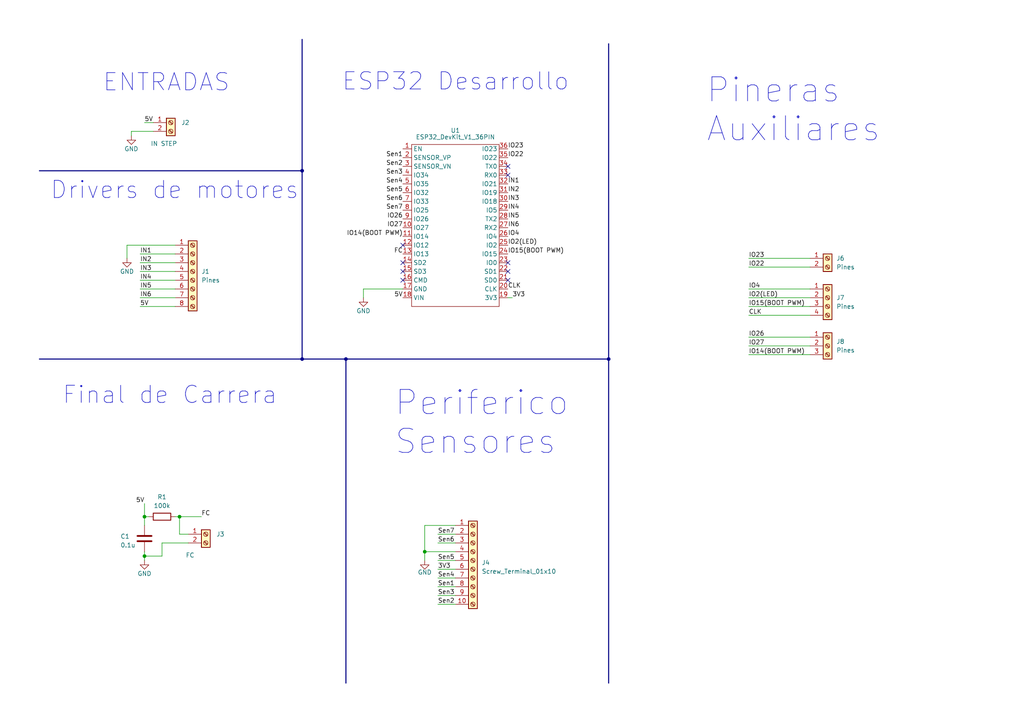
<source format=kicad_sch>
(kicad_sch (version 20231120) (generator "eeschema") (generator_version "8.0")
  (paper "A4")
  (title_block (title "DISEÑO CONSIDERANDO POSIBLES CAUSAS DE ERROR") (date "2024-10-04"))
  (lib_symbols
    (symbol "Connector:Screw_Terminal_01x02" (pin_names (offset 1.016) hide)
      (property "Reference" "J" (at 0 2.54 0))
      (property "Value" "Screw_Terminal_01x02" (at 0 -5.08 0))
      (symbol "Screw_Terminal_01x02_1_1"
        (rectangle (start -1.27 1.27) (end 1.27 -3.81) (stroke (width 0.254)) (fill (type background)))
        (circle (center 0 -2.54) (radius 0.635) (stroke (width 0.1524)))
        (polyline (pts (xy -0.5334 -2.2098) (xy 0.3302 -3.048)) (stroke (width 0.1524)))
        (polyline (pts (xy -0.5334 0.3302) (xy 0.3302 -0.508)) (stroke (width 0.1524)))
        (polyline (pts (xy -0.3556 -2.032) (xy 0.508 -2.8702)) (stroke (width 0.1524)))
        (polyline (pts (xy -0.3556 0.508) (xy 0.508 -0.3302)) (stroke (width 0.1524)))
        (circle (center 0 0) (radius 0.635) (stroke (width 0.1524)))
        (pin passive line (at -5.08 0 0) (length 3.81) (name "Pin_1") (number "1"))
        (pin passive line (at -5.08 -2.54 0) (length 3.81) (name "Pin_2") (number "2"))
      )
    )
    (symbol "Connector:Screw_Terminal_01x03" (pin_names (offset 1.016) hide)
      (property "Reference" "J" (at 0 5.08 0))
      (property "Value" "Screw_Terminal_01x03" (at 0 -5.08 0))
      (symbol "Screw_Terminal_01x03_1_1"
        (rectangle (start -1.27 3.81) (end 1.27 -3.81) (stroke (width 0.254)) (fill (type background)))
        (circle (center 0 -2.54) (radius 0.635) (stroke (width 0.1524)))
        (polyline (pts (xy -0.5334 -2.2098) (xy 0.3302 -3.048)) (stroke (width 0.1524)))
        (polyline (pts (xy -0.5334 0.3302) (xy 0.3302 -0.508)) (stroke (width 0.1524)))
        (polyline (pts (xy -0.5334 2.8702) (xy 0.3302 2.032)) (stroke (width 0.1524)))
        (polyline (pts (xy -0.3556 -2.032) (xy 0.508 -2.8702)) (stroke (width 0.1524)))
        (polyline (pts (xy -0.3556 0.508) (xy 0.508 -0.3302)) (stroke (width 0.1524)))
        (polyline (pts (xy -0.3556 3.048) (xy 0.508 2.2098)) (stroke (width 0.1524)))
        (circle (center 0 0) (radius 0.635) (stroke (width 0.1524)))
        (circle (center 0 2.54) (radius 0.635) (stroke (width 0.1524)))
        (pin passive line (at -5.08 2.54 0) (length 3.81) (name "Pin_1") (number "1"))
        (pin passive line (at -5.08 0 0) (length 3.81) (name "Pin_2") (number "2"))
        (pin passive line (at -5.08 -2.54 0) (length 3.81) (name "Pin_3") (number "3"))
      )
    )
    (symbol "Connector:Screw_Terminal_01x04" (pin_names (offset 1.016) hide)
      (property "Reference" "J" (at 0 5.08 0))
      (property "Value" "Screw_Terminal_01x04" (at 0 -7.62 0))
      (symbol "Screw_Terminal_01x04_1_1"
        (rectangle (start -1.27 3.81) (end 1.27 -6.35) (stroke (width 0.254)) (fill (type background)))
        (circle (center 0 -5.08) (radius 0.635) (stroke (width 0.1524)))
        (circle (center 0 -2.54) (radius 0.635) (stroke (width 0.1524)))
        (polyline (pts (xy -0.5334 -4.7498) (xy 0.3302 -5.588)) (stroke (width 0.1524)))
        (polyline (pts (xy -0.5334 -2.2098) (xy 0.3302 -3.048)) (stroke (width 0.1524)))
        (polyline (pts (xy -0.5334 0.3302) (xy 0.3302 -0.508)) (stroke (width 0.1524)))
        (polyline (pts (xy -0.5334 2.8702) (xy 0.3302 2.032)) (stroke (width 0.1524)))
        (polyline (pts (xy -0.3556 -4.572) (xy 0.508 -5.4102)) (stroke (width 0.1524)))
        (polyline (pts (xy -0.3556 -2.032) (xy 0.508 -2.8702)) (stroke (width 0.1524)))
        (polyline (pts (xy -0.3556 0.508) (xy 0.508 -0.3302)) (stroke (width 0.1524)))
        (polyline (pts (xy -0.3556 3.048) (xy 0.508 2.2098)) (stroke (width 0.1524)))
        (circle (center 0 0) (radius 0.635) (stroke (width 0.1524)))
        (circle (center 0 2.54) (radius 0.635) (stroke (width 0.1524)))
        (pin passive line (at -5.08 2.54 0) (length 3.81) (name "Pin_1") (number "1"))
        (pin passive line (at -5.08 0 0) (length 3.81) (name "Pin_2") (number "2"))
        (pin passive line (at -5.08 -2.54 0) (length 3.81) (name "Pin_3") (number "3"))
        (pin passive line (at -5.08 -5.08 0) (length 3.81) (name "Pin_4") (number "4"))
      )
    )
    (symbol "Connector:Screw_Terminal_01x08" (pin_names (offset 1.016) hide)
      (property "Reference" "J" (at 0 10.16 0))
      (property "Value" "Screw_Terminal_01x08" (at 0 -12.7 0))
      (symbol "Screw_Terminal_01x08_1_1"
        (rectangle (start -1.27 8.89) (end 1.27 -11.43) (stroke (width 0.254)) (fill (type background)))
        (circle (center 0 -10.16) (radius 0.635) (stroke (width 0.1524)))
        (circle (center 0 -7.62) (radius 0.635) (stroke (width 0.1524)))
        (circle (center 0 -5.08) (radius 0.635) (stroke (width 0.1524)))
        (circle (center 0 -2.54) (radius 0.635) (stroke (width 0.1524)))
        (polyline (pts (xy -0.5334 -9.8298) (xy 0.3302 -10.668)) (stroke (width 0.1524)))
        (polyline (pts (xy -0.5334 -7.2898) (xy 0.3302 -8.128)) (stroke (width 0.1524)))
        (polyline (pts (xy -0.5334 -4.7498) (xy 0.3302 -5.588)) (stroke (width 0.1524)))
        (polyline (pts (xy -0.5334 -2.2098) (xy 0.3302 -3.048)) (stroke (width 0.1524)))
        (polyline (pts (xy -0.5334 0.3302) (xy 0.3302 -0.508)) (stroke (width 0.1524)))
        (polyline (pts (xy -0.5334 2.8702) (xy 0.3302 2.032)) (stroke (width 0.1524)))
        (polyline (pts (xy -0.5334 5.4102) (xy 0.3302 4.572)) (stroke (width 0.1524)))
        (polyline (pts (xy -0.5334 7.9502) (xy 0.3302 7.112)) (stroke (width 0.1524)))
        (polyline (pts (xy -0.3556 -9.652) (xy 0.508 -10.4902)) (stroke (width 0.1524)))
        (polyline (pts (xy -0.3556 -7.112) (xy 0.508 -7.9502)) (stroke (width 0.1524)))
        (polyline (pts (xy -0.3556 -4.572) (xy 0.508 -5.4102)) (stroke (width 0.1524)))
        (polyline (pts (xy -0.3556 -2.032) (xy 0.508 -2.8702)) (stroke (width 0.1524)))
        (polyline (pts (xy -0.3556 0.508) (xy 0.508 -0.3302)) (stroke (width 0.1524)))
        (polyline (pts (xy -0.3556 3.048) (xy 0.508 2.2098)) (stroke (width 0.1524)))
        (polyline (pts (xy -0.3556 5.588) (xy 0.508 4.7498)) (stroke (width 0.1524)))
        (polyline (pts (xy -0.3556 8.128) (xy 0.508 7.2898)) (stroke (width 0.1524)))
        (circle (center 0 0) (radius 0.635) (stroke (width 0.1524)))
        (circle (center 0 2.54) (radius 0.635) (stroke (width 0.1524)))
        (circle (center 0 5.08) (radius 0.635) (stroke (width 0.1524)))
        (circle (center 0 7.62) (radius 0.635) (stroke (width 0.1524)))
        (pin passive line (at -5.08 7.62 0) (length 3.81) (name "Pin_1") (number "1"))
        (pin passive line (at -5.08 5.08 0) (length 3.81) (name "Pin_2") (number "2"))
        (pin passive line (at -5.08 2.54 0) (length 3.81) (name "Pin_3") (number "3"))
        (pin passive line (at -5.08 0 0) (length 3.81) (name "Pin_4") (number "4"))
        (pin passive line (at -5.08 -2.54 0) (length 3.81) (name "Pin_5") (number "5"))
        (pin passive line (at -5.08 -5.08 0) (length 3.81) (name "Pin_6") (number "6"))
        (pin passive line (at -5.08 -7.62 0) (length 3.81) (name "Pin_7") (number "7"))
        (pin passive line (at -5.08 -10.16 0) (length 3.81) (name "Pin_8") (number "8"))
      )
    )
    (symbol "Connector:Screw_Terminal_01x10" (pin_names (offset 1.016) hide)
      (property "Reference" "J" (at 0 12.7 0))
      (property "Value" "Screw_Terminal_01x10" (at 0 -15.24 0))
      (symbol "Screw_Terminal_01x10_1_1"
        (rectangle (start -1.27 11.43) (end 1.27 -13.97) (stroke (width 0.254)) (fill (type background)))
        (circle (center 0 -12.7) (radius 0.635) (stroke (width 0.1524)))
        (circle (center 0 -10.16) (radius 0.635) (stroke (width 0.1524)))
        (circle (center 0 -7.62) (radius 0.635) (stroke (width 0.1524)))
        (circle (center 0 -5.08) (radius 0.635) (stroke (width 0.1524)))
        (circle (center 0 -2.54) (radius 0.635) (stroke (width 0.1524)))
        (polyline (pts (xy -0.5334 -12.3698) (xy 0.3302 -13.208)) (stroke (width 0.1524)))
        (polyline (pts (xy -0.5334 -9.8298) (xy 0.3302 -10.668)) (stroke (width 0.1524)))
        (polyline (pts (xy -0.5334 -7.2898) (xy 0.3302 -8.128)) (stroke (width 0.1524)))
        (polyline (pts (xy -0.5334 -4.7498) (xy 0.3302 -5.588)) (stroke (width 0.1524)))
        (polyline (pts (xy -0.5334 -2.2098) (xy 0.3302 -3.048)) (stroke (width 0.1524)))
        (polyline (pts (xy -0.5334 0.3302) (xy 0.3302 -0.508)) (stroke (width 0.1524)))
        (polyline (pts (xy -0.5334 2.8702) (xy 0.3302 2.032)) (stroke (width 0.1524)))
        (polyline (pts (xy -0.5334 5.4102) (xy 0.3302 4.572)) (stroke (width 0.1524)))
        (polyline (pts (xy -0.5334 7.9502) (xy 0.3302 7.112)) (stroke (width 0.1524)))
        (polyline (pts (xy -0.5334 10.4902) (xy 0.3302 9.652)) (stroke (width 0.1524)))
        (polyline (pts (xy -0.3556 -12.192) (xy 0.508 -13.0302)) (stroke (width 0.1524)))
        (polyline (pts (xy -0.3556 -9.652) (xy 0.508 -10.4902)) (stroke (width 0.1524)))
        (polyline (pts (xy -0.3556 -7.112) (xy 0.508 -7.9502)) (stroke (width 0.1524)))
        (polyline (pts (xy -0.3556 -4.572) (xy 0.508 -5.4102)) (stroke (width 0.1524)))
        (polyline (pts (xy -0.3556 -2.032) (xy 0.508 -2.8702)) (stroke (width 0.1524)))
        (polyline (pts (xy -0.3556 0.508) (xy 0.508 -0.3302)) (stroke (width 0.1524)))
        (polyline (pts (xy -0.3556 3.048) (xy 0.508 2.2098)) (stroke (width 0.1524)))
        (polyline (pts (xy -0.3556 5.588) (xy 0.508 4.7498)) (stroke (width 0.1524)))
        (polyline (pts (xy -0.3556 8.128) (xy 0.508 7.2898)) (stroke (width 0.1524)))
        (polyline (pts (xy -0.3556 10.668) (xy 0.508 9.8298)) (stroke (width 0.1524)))
        (circle (center 0 0) (radius 0.635) (stroke (width 0.1524)))
        (circle (center 0 2.54) (radius 0.635) (stroke (width 0.1524)))
        (circle (center 0 5.08) (radius 0.635) (stroke (width 0.1524)))
        (circle (center 0 7.62) (radius 0.635) (stroke (width 0.1524)))
        (circle (center 0 10.16) (radius 0.635) (stroke (width 0.1524)))
        (pin passive line (at -5.08 10.16 0) (length 3.81) (name "Pin_1") (number "1"))
        (pin passive line (at -5.08 -12.7 0) (length 3.81) (name "Pin_10") (number "10"))
        (pin passive line (at -5.08 7.62 0) (length 3.81) (name "Pin_2") (number "2"))
        (pin passive line (at -5.08 5.08 0) (length 3.81) (name "Pin_3") (number "3"))
        (pin passive line (at -5.08 2.54 0) (length 3.81) (name "Pin_4") (number "4"))
        (pin passive line (at -5.08 0 0) (length 3.81) (name "Pin_5") (number "5"))
        (pin passive line (at -5.08 -2.54 0) (length 3.81) (name "Pin_6") (number "6"))
        (pin passive line (at -5.08 -5.08 0) (length 3.81) (name "Pin_7") (number "7"))
        (pin passive line (at -5.08 -7.62 0) (length 3.81) (name "Pin_8") (number "8"))
        (pin passive line (at -5.08 -10.16 0) (length 3.81) (name "Pin_9") (number "9"))
      )
    )
    (symbol "Device:C" (pin_numbers hide) (pin_names (offset 0.254))
      (property "Reference" "C" (at 0.635 2.54 0))
      (property "Value" "C" (at 0.635 -2.54 0))
      (symbol "C_0_1"
        (polyline (pts (xy -2.032 -0.762) (xy 2.032 -0.762)) (stroke (width 0.508)))
        (polyline (pts (xy -2.032 0.762) (xy 2.032 0.762)) (stroke (width 0.508)))
      )
      (symbol "C_1_1"
        (pin passive line (at 0 3.81 270) (length 2.794) (name "~") (number "1"))
        (pin passive line (at 0 -3.81 90) (length 2.794) (name "~") (number "2"))
      )
    )
    (symbol "Device:R" (pin_numbers hide) (pin_names (offset 0))
      (property "Reference" "R" (at 2.032 0 90))
      (property "Value" "R" (at 0 0 90))
      (symbol "R_0_1"
        (rectangle (start -1.016 -2.54) (end 1.016 2.54) (stroke (width 0.254)))
      )
      (symbol "R_1_1"
        (pin passive line (at 0 3.81 270) (length 1.27) (name "~") (number "1"))
        (pin passive line (at 0 -3.81 90) (length 1.27) (name "~") (number "2"))
      )
    )
    (symbol "GND_1" (power) (pin_names (offset 0))
      (property "Value" "GND_1" (at 0 -3.81 0))
      (symbol "GND_1_0_1"
        (polyline (pts (xy 0 0) (xy 0 -1.27) (xy 1.27 -1.27) (xy 0 -2.54) (xy -1.27 -1.27) (xy 0 -1.27)))
      )
      (symbol "GND_1_1_1"
        (pin power_in line (at 0 0 270) (length 0) hide (name "GND") (number "1"))
      )
    )
    (symbol "Library Sim Personales:ESP32_DevKit_V1_36PIN"
      (property "Reference" "U" (at 0 0 0))
      (property "Value" "ESP32_DevKit_V1_36PIN" (at 0 0 0))
      (symbol "ESP32_DevKit_V1_36PIN_0_0"
        (pin bidirectional line (at 15.24 17.78 180) (length 2.54) (name "TX0") (number "34"))
        (pin bidirectional line (at 15.24 20.32 180) (length 2.54) (name "IO22") (number "35"))
        (pin bidirectional line (at 15.24 22.86 180) (length 2.54) (name "IO23") (number "36"))
      )
      (symbol "ESP32_DevKit_V1_36PIN_0_1"
        (rectangle (start -12.7 24.13) (end 12.7 -22.86))
      )
      (symbol "ESP32_DevKit_V1_36PIN_1_1"
        (pin input line (at -15.24 22.86 0) (length 2.54) (name "EN") (number "1"))
        (pin bidirectional line (at -15.24 0 0) (length 2.54) (name "IO27") (number "10"))
        (pin bidirectional line (at -15.24 -2.54 0) (length 2.54) (name "IO14") (number "11"))
        (pin bidirectional line (at -15.24 -5.08 0) (length 2.54) (name "IO12") (number "12"))
        (pin bidirectional line (at -15.24 -7.62 0) (length 2.54) (name "IO13") (number "13"))
        (pin bidirectional line (at -15.24 -10.16 0) (length 2.54) (name "SD2") (number "14"))
        (pin bidirectional line (at -15.24 -12.7 0) (length 2.54) (name "SD3") (number "15"))
        (pin bidirectional line (at -15.24 -15.24 0) (length 2.54) (name "CMD") (number "16"))
        (pin power_in line (at -15.24 -17.78 0) (length 2.54) (name "GND") (number "17"))
        (pin power_in line (at -15.24 -20.32 0) (length 2.54) (name "VIN") (number "18"))
        (pin power_in line (at 15.24 -20.32 180) (length 2.54) (name "3V3") (number "19"))
        (pin input line (at -15.24 20.32 0) (length 2.54) (name "SENSOR_VP") (number "2"))
        (pin bidirectional line (at 15.24 -17.78 180) (length 2.54) (name "CLK") (number "20"))
        (pin bidirectional line (at 15.24 -15.24 180) (length 2.54) (name "SD0") (number "21"))
        (pin bidirectional line (at 15.24 -12.7 180) (length 2.54) (name "SD1") (number "22"))
        (pin bidirectional line (at 15.24 -10.16 180) (length 2.54) (name "IO0") (number "23"))
        (pin bidirectional line (at 15.24 -7.62 180) (length 2.54) (name "IO15") (number "24"))
        (pin bidirectional line (at 15.24 -5.08 180) (length 2.54) (name "IO2") (number "25"))
        (pin bidirectional line (at 15.24 -2.54 180) (length 2.54) (name "IO4") (number "26"))
        (pin bidirectional line (at 15.24 0 180) (length 2.54) (name "RX2") (number "27"))
        (pin bidirectional line (at 15.24 2.54 180) (length 2.54) (name "TX2") (number "28"))
        (pin bidirectional line (at 15.24 5.08 180) (length 2.54) (name "IO5") (number "29"))
        (pin input line (at -15.24 17.78 0) (length 2.54) (name "SENSOR_VN") (number "3"))
        (pin bidirectional line (at 15.24 7.62 180) (length 2.54) (name "IO18") (number "30"))
        (pin bidirectional line (at 15.24 10.16 180) (length 2.54) (name "IO19") (number "31"))
        (pin bidirectional line (at 15.24 12.7 180) (length 2.54) (name "IO21") (number "32"))
        (pin bidirectional line (at 15.24 15.24 180) (length 2.54) (name "RX0") (number "33"))
        (pin input line (at -15.24 15.24 0) (length 2.54) (name "IO34") (number "4"))
        (pin input line (at -15.24 12.7 0) (length 2.54) (name "IO35") (number "5"))
        (pin bidirectional line (at -15.24 10.16 0) (length 2.54) (name "IO32") (number "6"))
        (pin bidirectional line (at -15.24 7.62 0) (length 2.54) (name "IO33") (number "7"))
        (pin bidirectional line (at -15.24 5.08 0) (length 2.54) (name "IO25") (number "8"))
        (pin bidirectional line (at -15.24 2.54 0) (length 2.54) (name "IO26") (number "9"))
      )
    )
    (symbol "power:GND" (power) (pin_names (offset 0))
      (property "Value" "GND" (at 0 -3.81 0))
      (symbol "GND_0_1"
        (polyline (pts (xy 0 0) (xy 0 -1.27) (xy 1.27 -1.27) (xy 0 -2.54) (xy -1.27 -1.27) (xy 0 -1.27)))
      )
      (symbol "GND_1_1"
        (pin power_in line (at 0 0 270) (length 0) hide (name "GND") (number "1"))
      )
    )
  )
  (junction (at 176.53 104.14))
  (junction (at 100.33 104.14))
  (junction (at 87.63 49.53))
  (junction (at 123.19 160.02))
  (junction (at 41.91 149.86))
  (junction (at 87.63 104.14))
  (junction (at 41.91 161.29))
  (junction (at 52.07 149.86))
  (no_connect (at 147.32 50.8))
  (no_connect (at 147.32 81.28))
  (no_connect (at 147.32 48.26))
  (no_connect (at 116.84 81.28))
  (no_connect (at 116.84 71.12))
  (no_connect (at 147.32 78.74))
  (no_connect (at 147.32 76.2))
  (no_connect (at 116.84 78.74))
  (no_connect (at 116.84 76.2))
  (wire (pts (xy 147.32 86.36) (xy 148.59 86.36)))
  (wire (pts (xy 217.17 88.9) (xy 234.95 88.9)))
  (bus (pts (xy 100.33 104.14) (xy 176.53 104.14)))
  (wire (pts (xy 127 162.56) (xy 132.08 162.56)))
  (wire (pts (xy 38.1 39.37) (xy 38.1 38.1)))
  (wire (pts (xy 40.64 78.74) (xy 50.8 78.74)))
  (wire (pts (xy 123.19 160.02) (xy 132.08 160.02)))
  (wire (pts (xy 105.41 83.82) (xy 105.41 86.36)))
  (bus (pts (xy 87.63 104.14) (xy 100.33 104.14)))
  (wire (pts (xy 217.17 91.44) (xy 234.95 91.44)))
  (wire (pts (xy 36.83 74.93) (xy 36.83 71.12)))
  (wire (pts (xy 41.91 161.29) (xy 46.99 161.29)))
  (wire (pts (xy 127 165.1) (xy 132.08 165.1)))
  (wire (pts (xy 123.19 160.02) (xy 123.19 152.4)))
  (wire (pts (xy 54.61 157.48) (xy 46.99 157.48)))
  (wire (pts (xy 123.19 152.4) (xy 132.08 152.4)))
  (wire (pts (xy 43.18 149.86) (xy 41.91 149.86)))
  (wire (pts (xy 217.17 86.36) (xy 234.95 86.36)))
  (wire (pts (xy 46.99 157.48) (xy 46.99 161.29)))
  (wire (pts (xy 52.07 149.86) (xy 50.8 149.86)))
  (wire (pts (xy 127 157.48) (xy 132.08 157.48)))
  (wire (pts (xy 40.64 86.36) (xy 50.8 86.36)))
  (wire (pts (xy 58.42 149.86) (xy 52.07 149.86)))
  (wire (pts (xy 41.91 35.56) (xy 44.45 35.56)))
  (wire (pts (xy 40.64 88.9) (xy 50.8 88.9)))
  (wire (pts (xy 127 154.94) (xy 132.08 154.94)))
  (wire (pts (xy 116.84 83.82) (xy 105.41 83.82)))
  (wire (pts (xy 127 175.26) (xy 132.08 175.26)))
  (bus (pts (xy 100.33 104.14) (xy 100.33 198.12)))
  (wire (pts (xy 50.8 73.66) (xy 40.64 73.66)))
  (wire (pts (xy 40.64 76.2) (xy 50.8 76.2)))
  (wire (pts (xy 41.91 146.05) (xy 41.91 149.86)))
  (wire (pts (xy 217.17 77.47) (xy 234.95 77.47)))
  (bus (pts (xy 176.53 12.7) (xy 176.53 104.14)))
  (bus (pts (xy 87.63 49.53) (xy 87.63 104.14)))
  (wire (pts (xy 52.07 154.94) (xy 54.61 154.94)))
  (bus (pts (xy 87.63 11.43) (xy 87.63 49.53)))
  (wire (pts (xy 40.64 83.82) (xy 50.8 83.82)))
  (wire (pts (xy 52.07 149.86) (xy 52.07 154.94)))
  (wire (pts (xy 217.17 83.82) (xy 234.95 83.82)))
  (wire (pts (xy 127 172.72) (xy 132.08 172.72)))
  (wire (pts (xy 38.1 38.1) (xy 44.45 38.1)))
  (wire (pts (xy 36.83 71.12) (xy 50.8 71.12)))
  (wire (pts (xy 41.91 160.02) (xy 41.91 161.29)))
  (wire (pts (xy 40.64 81.28) (xy 50.8 81.28)))
  (wire (pts (xy 127 167.64) (xy 132.08 167.64)))
  (wire (pts (xy 123.19 162.56) (xy 123.19 160.02)))
  (bus (pts (xy 11.43 104.14) (xy 87.63 104.14)))
  (wire (pts (xy 127 170.18) (xy 132.08 170.18)))
  (wire (pts (xy 41.91 161.29) (xy 41.91 162.56)))
  (wire (pts (xy 217.17 102.87) (xy 234.95 102.87)))
  (wire (pts (xy 217.17 74.93) (xy 234.95 74.93)))
  (bus (pts (xy 176.53 104.14) (xy 176.53 198.12)))
  (wire (pts (xy 217.17 100.33) (xy 234.95 100.33)))
  (wire (pts (xy 41.91 149.86) (xy 41.91 152.4)))
  (wire (pts (xy 217.17 97.79) (xy 234.95 97.79)))
  (bus (pts (xy 11.43 49.53) (xy 87.63 49.53)))
  (text "Drivers de motores\n" (at 14.478 58.166 0) (effects (font (size 5 5)) (justify left bottom)))
  (text "Final de Carrera" (at 49.276 117.602 0) (effects (font (size 5 5)) (justify bottom)))
  (text "Pineras\nAuxiliares\n" (at 204.724 41.656 0) (effects (font (size 7 7)) (justify left bottom)))
  (text "Periferico\nSensores\n" (at 114.3 132.334 0) (effects (font (size 7 7)) (justify left bottom)))
  (text "ENTRADAS" (at 29.718 26.924 0) (effects (font (size 5 5)) (justify left bottom)))
  (text "ESP32 Desarrollo\n" (at 99.06 26.67 0) (effects (font (size 5 5)) (justify left bottom)))
  (label "IN3" (at 147.32 58.42 0))
  (label "Sen5" (at 116.84 55.88 180))
  (label "IO27" (at 116.84 66.04 180))
  (label "IN2" (at 40.64 76.2 0))
  (label "IO14(BOOT PWM)" (at 116.84 68.58 180))
  (label "3V3" (at 148.59 86.36 0))
  (label "IO2(LED)" (at 217.17 86.36 0))
  (label "3V3" (at 127 165.1 0))
  (label "IO15(BOOT PWM)" (at 147.32 73.66 0))
  (label "IO2(LED)" (at 147.32 71.12 0))
  (label "5V" (at 40.64 88.9 0))
  (label "IO14(BOOT PWM)" (at 217.17 102.87 0))
  (label "Sen4" (at 127 167.64 0))
  (label "Sen7" (at 127 154.94 0))
  (label "Sen4" (at 116.84 53.34 180))
  (label "5V" (at 41.91 146.05 180))
  (label "Sen6" (at 127 157.48 0))
  (label "Sen5" (at 127 162.56 0))
  (label "IN1" (at 40.64 73.66 0))
  (label "IN5" (at 40.64 83.82 0))
  (label "Sen1" (at 127 170.18 0))
  (label "Sen7" (at 116.84 60.96 180))
  (label "IO23" (at 147.32 43.18 0))
  (label "CLK" (at 147.32 83.82 0))
  (label "IO22" (at 147.32 45.72 0))
  (label "IN6" (at 40.64 86.36 0))
  (label "IO4" (at 217.17 83.82 0))
  (label "CLK" (at 217.17 91.44 0))
  (label "FC" (at 58.42 149.86 0))
  (label "IN4" (at 147.32 60.96 0))
  (label "Sen2" (at 116.84 48.26 180))
  (label "Sen2" (at 127 175.26 0))
  (label "Sen1" (at 116.84 45.72 180))
  (label "Sen3" (at 127 172.72 0))
  (label "IO4" (at 147.32 68.58 0))
  (label "IO22" (at 217.17 77.47 0))
  (label "IO27" (at 217.17 100.33 0))
  (label "IO26" (at 217.17 97.79 0))
  (label "Sen6" (at 116.84 58.42 180))
  (label "Sen3" (at 116.84 50.8 180))
  (label "IO23" (at 217.17 74.93 0))
  (label "5V" (at 116.84 86.36 180))
  (label "IO15(BOOT PWM)" (at 217.17 88.9 0))
  (label "IN2" (at 147.32 55.88 0))
  (label "IN5" (at 147.32 63.5 0))
  (label "IN6" (at 147.32 66.04 0))
  (label "IO26" (at 116.84 63.5 180))
  (label "IN3" (at 40.64 78.74 0))
  (label "IN4" (at 40.64 81.28 0))
  (label "5V" (at 41.91 35.56 0))
  (label "IN1" (at 147.32 53.34 0))
  (label "FC" (at 116.84 73.66 180))
  (symbol (lib_id "Connector:Screw_Terminal_01x03") (at 240.03 100.33 0) (unit 1)
    (property "Reference" "J8" (at 242.57 99.0599 0) (effects (justify left)))
    (property "Value" "Pines" (at 242.57 101.5999 0) (effects (justify left)))
    (property "Footprint" "Connector_PinHeader_2.54mm:PinHeader_1x03_P2.54mm_Vertical" (effects (hide yes)))
    (property "Description" "Generic screw terminal, single row, 01x03, script generated (kicad-library-utils/schlib/autogen/connector/)" (effects (hide yes)))
  )
  (symbol (lib_id "Connector:Screw_Terminal_01x04") (at 240.03 86.36 0) (unit 1)
    (property "Reference" "J7" (at 242.57 86.3599 0) (effects (justify left)))
    (property "Value" "Pines" (at 242.57 88.8999 0) (effects (justify left)))
    (property "Footprint" "Connector_PinHeader_2.54mm:PinHeader_1x04_P2.54mm_Vertical" (effects (hide yes)))
    (property "Description" "Generic screw terminal, single row, 01x04, script generated (kicad-library-utils/schlib/autogen/connector/)" (effects (hide yes)))
  )
  (symbol (lib_name "GND_1") (lib_id "power:GND") (at 36.83 74.93 0) (unit 1)
    (property "Reference" "#PWR024" (effects (hide yes)))
    (property "Value" "GND" (at 36.83 78.74 0))
  )
  (symbol (lib_id "Library Sim Personales:ESP32_DevKit_V1_36PIN") (at 132.08 66.04 0) (unit 1)
    (property "Reference" "U1" (at 132.08 37.846 0))
    (property "Value" "ESP32_DevKit_V1_36PIN" (at 132.08 39.751 0))
    (property "Footprint" "LibraryPERSONALES:ESP32_Devkit_V1_36pin" (effects (hide yes)))
    (property "Datasheet" "https://randomnerdtutorials.com/esp32-pinout-reference-gpios/" (effects (hide yes)))
  )
  (symbol (lib_id "Device:R") (at 46.99 149.86 90) (unit 1)
    (property "Reference" "R1" (at 46.99 144.145 90))
    (property "Value" "100k" (at 46.99 146.685 90))
    (property "Footprint" "Resistor_THT:R_Axial_DIN0204_L3.6mm_D1.6mm_P5.08mm_Horizontal" (effects (hide yes)))
  )
  (symbol (lib_id "Connector:Screw_Terminal_01x10") (at 137.16 162.56 0) (unit 1)
    (property "Reference" "J4" (at 139.7 163.195 0) (effects (justify left)))
    (property "Value" "Screw_Terminal_01x10" (at 139.7 165.735 0) (effects (justify left)))
    (property "Footprint" "Connector_IDC:IDC-Header_2x05_P2.54mm_Horizontal" (effects (hide yes)))
  )
  (symbol (lib_id "Connector:Screw_Terminal_01x02") (at 59.69 154.94 0) (unit 1)
    (property "Reference" "J3" (at 62.738 154.94 0) (effects (justify left)))
    (property "Value" "FC" (at 53.848 161.036 0) (effects (justify left)))
    (property "Footprint" "TerminalBlock:TerminalBlock_bornier-2_P5.08mm" (effects (hide yes)))
  )
  (symbol (lib_name "GND_1") (lib_id "power:GND") (at 123.19 162.56 0) (unit 1)
    (property "Reference" "#PWR04" (effects (hide yes)))
    (property "Value" "GND" (at 123.19 165.989 0))
  )
  (symbol (lib_name "GND_1") (lib_id "power:GND") (at 105.41 86.36 0) (unit 1)
    (property "Reference" "#PWR05" (effects (hide yes)))
    (property "Value" "GND" (at 105.41 90.17 0))
  )
  (symbol (lib_id "Connector:Screw_Terminal_01x08") (at 55.88 78.74 0) (unit 1)
    (property "Reference" "J1" (at 58.42 78.7399 0) (effects (justify left)))
    (property "Value" "Pines" (at 58.42 81.2799 0) (effects (justify left)))
    (property "Footprint" "Connector_PinHeader_2.54mm:PinHeader_1x08_P2.54mm_Vertical" (effects (hide yes)))
    (property "Description" "Generic screw terminal, single row, 01x08, script generated (kicad-library-utils/schlib/autogen/connector/)" (effects (hide yes)))
  )
  (symbol (lib_id "power:GND") (at 41.91 162.56 0) (unit 1)
    (property "Reference" "#PWR03" (effects (hide yes)))
    (property "Value" "GND" (at 41.91 166.37 0))
  )
  (symbol (lib_id "Connector:Screw_Terminal_01x02") (at 240.03 74.93 0) (unit 1)
    (property "Reference" "J6" (at 242.57 74.9299 0) (effects (justify left)))
    (property "Value" "Pines" (at 242.57 77.4699 0) (effects (justify left)))
    (property "Footprint" "Connector_PinHeader_2.54mm:PinHeader_1x02_P2.54mm_Vertical" (effects (hide yes)))
    (property "Description" "Generic screw terminal, single row, 01x02, script generated (kicad-library-utils/schlib/autogen/connector/)" (effects (hide yes)))
  )
  (symbol (lib_id "Connector:Screw_Terminal_01x02") (at 49.53 35.56 0) (unit 1)
    (property "Reference" "J2" (at 52.578 35.56 0) (effects (justify left)))
    (property "Value" "IN STEP" (at 43.688 41.656 0) (effects (justify left)))
    (property "Footprint" "TerminalBlock:TerminalBlock_bornier-2_P5.08mm" (effects (hide yes)))
  )
  (symbol (lib_name "GND_1") (lib_id "power:GND") (at 38.1 39.37 0) (unit 1)
    (property "Reference" "#PWR02" (effects (hide yes)))
    (property "Value" "GND" (at 38.1 43.18 0))
  )
  (symbol (lib_id "Device:C") (at 41.91 156.21 180) (unit 1)
    (property "Reference" "C1" (at 34.925 155.575 0) (effects (justify right)))
    (property "Value" "0.1u" (at 34.925 158.115 0) (effects (justify right)))
    (property "Footprint" "Capacitor_THT:C_Disc_D6.0mm_W2.5mm_P5.00mm" (effects (hide yes)))
  )
)
</source>
